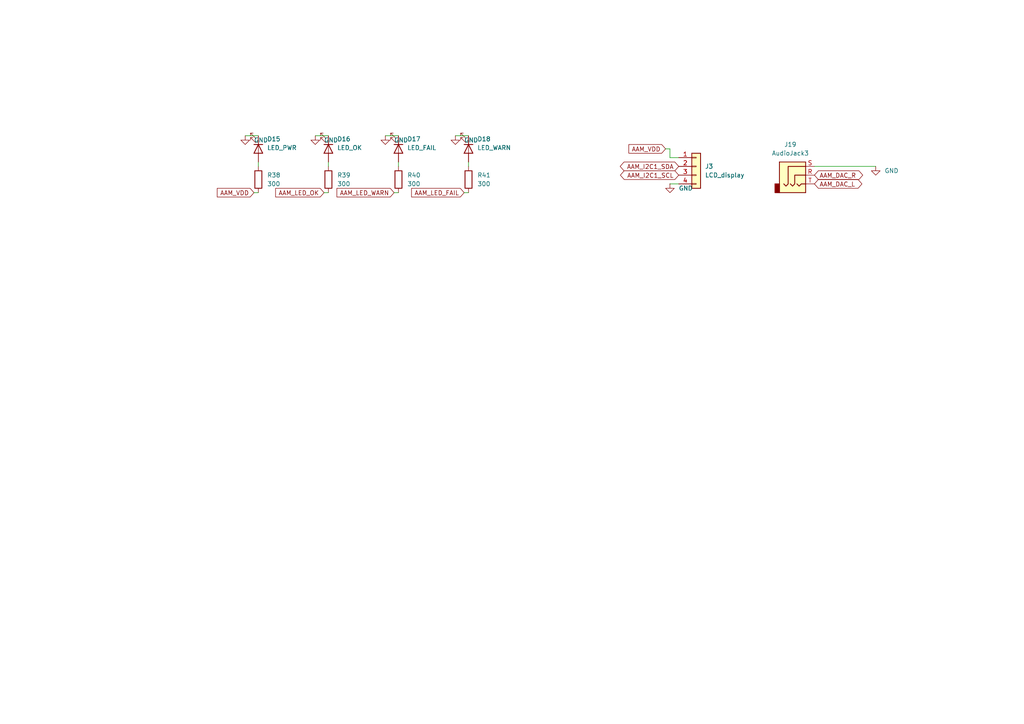
<source format=kicad_sch>
(kicad_sch (version 20250114) (generator "eeschema") (generator_version "9.0")
  (paper "A4")
  (title_block (date "2025-06") (rev "2"))
  (lib_symbols
    (symbol "Connector_Audio:AudioJack3"
      (property "Reference" "J" (at 0 8.89 0))
      (property "Value" "AudioJack3" (at 0 6.35 0))
      (symbol "AudioJack3_0_1"
        (rectangle (start -5.08 -5.08) (end -6.35 -2.54) (stroke (width 0.254)) (fill (type outline)))
        (polyline (pts (xy -1.905 -2.54) (xy -1.27 -3.175) (xy -0.635 -2.54) (xy -0.635 0) (xy 2.54 0)) (stroke (width 0.254)))
        (polyline (pts (xy 0 -2.54) (xy 0.635 -3.175) (xy 1.27 -2.54) (xy 2.54 -2.54)) (stroke (width 0.254)))
        (rectangle (start 2.54 3.81) (end -5.08 -5.08) (stroke (width 0.254)) (fill (type background)))
        (polyline (pts (xy 2.54 2.54) (xy -2.54 2.54) (xy -2.54 -2.54) (xy -3.175 -3.175) (xy -3.81 -2.54)) (stroke (width 0.254)))
      )
      (symbol "AudioJack3_1_1"
        (pin passive line (at 5.08 2.54 180) (length 2.54) (name "~") (number "S"))
        (pin passive line (at 5.08 0 180) (length 2.54) (name "~") (number "R"))
        (pin passive line (at 5.08 -2.54 180) (length 2.54) (name "~") (number "T"))
      )
    )
    (symbol "Connector_Generic:Conn_01x04" (pin_names (offset 1.016) (hide yes))
      (property "Reference" "J" (at 0 5.08 0))
      (property "Value" "Conn_01x04" (at 0 -7.62 0))
      (symbol "Conn_01x04_1_1"
        (rectangle (start -1.27 3.81) (end 1.27 -6.35) (stroke (width 0.254)) (fill (type background)))
        (rectangle (start -1.27 2.667) (end 0 2.413) (stroke (width 0.1524)))
        (rectangle (start -1.27 0.127) (end 0 -0.127) (stroke (width 0.1524)))
        (rectangle (start -1.27 -2.413) (end 0 -2.667) (stroke (width 0.1524)))
        (rectangle (start -1.27 -4.953) (end 0 -5.207) (stroke (width 0.1524)))
        (pin passive line (at -5.08 2.54 0) (length 3.81) (name "Pin_1") (number "1"))
        (pin passive line (at -5.08 0 0) (length 3.81) (name "Pin_2") (number "2"))
        (pin passive line (at -5.08 -2.54 0) (length 3.81) (name "Pin_3") (number "3"))
        (pin passive line (at -5.08 -5.08 0) (length 3.81) (name "Pin_4") (number "4"))
      )
    )
    (symbol "Device:LED" (pin_numbers (hide yes)) (pin_names (offset 1.016) (hide yes))
      (property "Reference" "D" (at 0 2.54 0))
      (property "Value" "LED" (at 0 -2.54 0))
      (symbol "LED_0_1"
        (polyline (pts (xy -3.048 -0.762) (xy -4.572 -2.286) (xy -3.81 -2.286) (xy -4.572 -2.286) (xy -4.572 -1.524)))
        (polyline (pts (xy -1.778 -0.762) (xy -3.302 -2.286) (xy -2.54 -2.286) (xy -3.302 -2.286) (xy -3.302 -1.524)))
        (polyline (pts (xy -1.27 0) (xy 1.27 0)))
        (polyline (pts (xy -1.27 -1.27) (xy -1.27 1.27)) (stroke (width 0.254)))
        (polyline (pts (xy 1.27 -1.27) (xy 1.27 1.27) (xy -1.27 0) (xy 1.27 -1.27)) (stroke (width 0.254)))
      )
      (symbol "LED_1_1"
        (pin passive line (at -3.81 0 0) (length 2.54) (name "K") (number "1"))
        (pin passive line (at 3.81 0 180) (length 2.54) (name "A") (number "2"))
      )
    )
    (symbol "Device:R" (pin_numbers (hide yes)) (pin_names (offset 0))
      (property "Reference" "R" (at 2.032 0 90))
      (property "Value" "R" (at 0 0 90))
      (symbol "R_0_1"
        (rectangle (start -1.016 -2.54) (end 1.016 2.54) (stroke (width 0.254)))
      )
      (symbol "R_1_1"
        (pin passive line (at 0 3.81 270) (length 1.27) (name "~") (number "1"))
        (pin passive line (at 0 -3.81 90) (length 1.27) (name "~") (number "2"))
      )
    )
    (symbol "power:GND" (power) (pin_numbers (hide yes)) (pin_names (offset 0) (hide yes))
      (property "Value" "GND" (at 0 -3.81 0))
      (symbol "GND_0_1"
        (polyline (pts (xy 0 0) (xy 0 -1.27) (xy 1.27 -1.27) (xy 0 -2.54) (xy -1.27 -1.27) (xy 0 -1.27)))
      )
      (symbol "GND_1_1"
        (pin power_in line (at 0 0 270) (length 0) (name "~") (number "1"))
      )
    )
  )
  (wire (pts (xy 135.89 46.99) (xy 135.89 48.26)))
  (wire (pts (xy 194.31 45.72) (xy 196.85 45.72)))
  (wire (pts (xy 193.04 43.18) (xy 194.31 43.18)))
  (wire (pts (xy 73.66 55.88) (xy 74.93 55.88)))
  (wire (pts (xy 114.3 55.88) (xy 115.57 55.88)))
  (wire (pts (xy 111.76 39.37) (xy 115.57 39.37)))
  (wire (pts (xy 132.08 39.37) (xy 135.89 39.37)))
  (wire (pts (xy 115.57 46.99) (xy 115.57 48.26)))
  (wire (pts (xy 74.93 46.99) (xy 74.93 48.26)))
  (wire (pts (xy 236.22 48.26) (xy 254 48.26)))
  (wire (pts (xy 95.25 46.99) (xy 95.25 48.26)))
  (wire (pts (xy 134.62 55.88) (xy 135.89 55.88)))
  (wire (pts (xy 91.44 39.37) (xy 95.25 39.37)))
  (wire (pts (xy 194.31 43.18) (xy 194.31 45.72)))
  (wire (pts (xy 71.12 39.37) (xy 74.93 39.37)))
  (wire (pts (xy 93.98 55.88) (xy 95.25 55.88)))
  (wire (pts (xy 194.31 53.34) (xy 196.85 53.34)))
  (global_label "AAM_VDD" (shape input) (at 193.04 43.18 180) (property "Intersheetrefs" "${INTERSHEET_REFS}" (effects (hide yes))))
  (global_label "AAM_LED_OK" (shape input) (at 93.98 55.88 180) (property "Intersheetrefs" "${INTERSHEET_REFS}" (effects (hide yes))))
  (global_label "AAM_I2C1_SDA" (shape bidirectional) (at 196.85 48.26 180) (property "Intersheetrefs" "${INTERSHEET_REFS}" (effects (hide yes))))
  (global_label "AAM_VDD" (shape input) (at 73.66 55.88 180) (property "Intersheetrefs" "${INTERSHEET_REFS}" (effects (hide yes))))
  (global_label "AAM_DAC_L" (shape bidirectional) (at 236.22 53.34 0) (property "Intersheetrefs" "${INTERSHEET_REFS}" (effects (hide yes))))
  (global_label "AAM_I2C1_SCL" (shape bidirectional) (at 196.85 50.8 180) (property "Intersheetrefs" "${INTERSHEET_REFS}" (effects (hide yes))))
  (global_label "AAM_LED_WARN" (shape input) (at 114.3 55.88 180) (property "Intersheetrefs" "${INTERSHEET_REFS}" (effects (hide yes))))
  (global_label "AAM_DAC_R" (shape bidirectional) (at 236.22 50.8 0) (property "Intersheetrefs" "${INTERSHEET_REFS}" (effects (hide yes))))
  (global_label "AAM_LED_FAIL" (shape input) (at 134.62 55.88 180) (property "Intersheetrefs" "${INTERSHEET_REFS}" (effects (hide yes))))
  (symbol (lib_id "Device:R") (at 135.89 52.07 0) (unit 1)
    (property "Reference" "R41" (at 138.43 50.7999 0) (effects (justify left)))
    (property "Value" "300" (at 138.43 53.3399 0) (effects (justify left)))
    (property "Footprint" "Resistor_SMD:R_0805_2012Metric_Pad1.20x1.40mm_HandSolder" (effects (hide yes)))
    (property "Description" "Resistor" (effects (hide yes)))
    (property "DigiKey_Part_Number" "311-10.0KCRCT-ND" (effects (hide yes)))
    (property "Price" "0.0129" (effects (hide yes)))
  )
  (symbol (lib_id "power:GND") (at 91.44 39.37 0) (unit 1)
    (property "Reference" "#PWR093" (effects (hide yes)))
    (property "Value" "GND" (at 93.98 40.6399 0) (effects (justify left)))
    (property "Description" "Power symbol creates a global label with name \"GND\" , ground" (effects (hide yes)))
  )
  (symbol (lib_id "Device:LED") (at 74.93 43.18 270) (unit 1)
    (property "Reference" "D15" (at 77.47 40.3224 90) (effects (justify left)))
    (property "Value" "LED_PWR" (at 77.47 42.8624 90) (effects (justify left)))
    (property "Footprint" "LED_SMD:LED_0603_1608Metric" (effects (hide yes)))
    (property "Description" "Light emitting diode" (effects (hide yes)))
    (property "Sim.Pins" "1=K 2=A" (effects (hide yes)))
  )
  (symbol (lib_id "power:GND") (at 111.76 39.37 0) (unit 1)
    (property "Reference" "#PWR094" (effects (hide yes)))
    (property "Value" "GND" (at 114.3 40.6399 0) (effects (justify left)))
    (property "Description" "Power symbol creates a global label with name \"GND\" , ground" (effects (hide yes)))
  )
  (symbol (lib_id "power:GND") (at 71.12 39.37 0) (unit 1)
    (property "Reference" "#PWR092" (effects (hide yes)))
    (property "Value" "GND" (at 73.66 40.6399 0) (effects (justify left)))
    (property "Description" "Power symbol creates a global label with name \"GND\" , ground" (effects (hide yes)))
  )
  (symbol (lib_id "power:GND") (at 132.08 39.37 0) (unit 1)
    (property "Reference" "#PWR095" (effects (hide yes)))
    (property "Value" "GND" (at 134.62 40.6399 0) (effects (justify left)))
    (property "Description" "Power symbol creates a global label with name \"GND\" , ground" (effects (hide yes)))
  )
  (symbol (lib_id "power:GND") (at 254 48.26 0) (unit 1)
    (property "Reference" "#PWR0128" (effects (hide yes)))
    (property "Value" "GND" (at 256.54 49.5299 0) (effects (justify left)))
    (property "Description" "Power symbol creates a global label with name \"GND\" , ground" (effects (hide yes)))
  )
  (symbol (lib_id "Device:LED") (at 135.89 43.18 270) (unit 1)
    (property "Reference" "D18" (at 138.43 40.3224 90) (effects (justify left)))
    (property "Value" "LED_WARN" (at 138.43 42.8624 90) (effects (justify left)))
    (property "Footprint" "LED_SMD:LED_0603_1608Metric" (effects (hide yes)))
    (property "Description" "Light emitting diode" (effects (hide yes)))
    (property "Sim.Pins" "1=K 2=A" (effects (hide yes)))
  )
  (symbol (lib_id "Device:R") (at 95.25 52.07 0) (unit 1)
    (property "Reference" "R39" (at 97.79 50.7999 0) (effects (justify left)))
    (property "Value" "300" (at 97.79 53.3399 0) (effects (justify left)))
    (property "Footprint" "Resistor_SMD:R_0805_2012Metric_Pad1.20x1.40mm_HandSolder" (effects (hide yes)))
    (property "Description" "Resistor" (effects (hide yes)))
    (property "DigiKey_Part_Number" "311-10.0KCRCT-ND" (effects (hide yes)))
    (property "Price" "0.0129" (effects (hide yes)))
  )
  (symbol (lib_id "Device:LED") (at 115.57 43.18 270) (unit 1)
    (property "Reference" "D17" (at 118.11 40.3224 90) (effects (justify left)))
    (property "Value" "LED_FAIL" (at 118.11 42.8624 90) (effects (justify left)))
    (property "Footprint" "LED_SMD:LED_0603_1608Metric" (effects (hide yes)))
    (property "Description" "Light emitting diode" (effects (hide yes)))
    (property "Sim.Pins" "1=K 2=A" (effects (hide yes)))
  )
  (symbol (lib_id "Connector_Audio:AudioJack3") (at 231.14 50.8 0) (unit 1)
    (property "Reference" "J19" (at 229.235 41.91 0))
    (property "Value" "AudioJack3" (at 229.235 44.45 0))
    (property "Footprint" "Connector_Audio:Jack_3.5mm_CUI_SJ-3523-SMT_Horizontal" (effects (hide yes)))
    (property "Description" "Audio Jack, 3 Poles (Stereo / TRS)" (effects (hide yes)))
  )
  (symbol (lib_id "Device:R") (at 74.93 52.07 0) (unit 1)
    (property "Reference" "R38" (at 77.47 50.7999 0) (effects (justify left)))
    (property "Value" "300" (at 77.47 53.3399 0) (effects (justify left)))
    (property "Footprint" "Resistor_SMD:R_0805_2012Metric_Pad1.20x1.40mm_HandSolder" (effects (hide yes)))
    (property "Description" "Resistor" (effects (hide yes)))
    (property "DigiKey_Part_Number" "311-10.0KCRCT-ND" (effects (hide yes)))
    (property "Price" "0.0129" (effects (hide yes)))
  )
  (symbol (lib_id "power:GND") (at 194.31 53.34 0) (unit 1)
    (property "Reference" "#PWR01" (effects (hide yes)))
    (property "Value" "GND" (at 196.85 54.6099 0) (effects (justify left)))
    (property "Description" "Power symbol creates a global label with name \"GND\" , ground" (effects (hide yes)))
  )
  (symbol (lib_id "Device:R") (at 115.57 52.07 0) (unit 1)
    (property "Reference" "R40" (at 118.11 50.7999 0) (effects (justify left)))
    (property "Value" "300" (at 118.11 53.3399 0) (effects (justify left)))
    (property "Footprint" "Resistor_SMD:R_0805_2012Metric_Pad1.20x1.40mm_HandSolder" (effects (hide yes)))
    (property "Description" "Resistor" (effects (hide yes)))
    (property "DigiKey_Part_Number" "311-10.0KCRCT-ND" (effects (hide yes)))
    (property "Price" "0.0129" (effects (hide yes)))
  )
  (symbol (lib_id "Connector_Generic:Conn_01x04") (at 201.93 48.26 0) (unit 1)
    (property "Reference" "J3" (at 204.47 48.2599 0) (effects (justify left)))
    (property "Value" "LCD_display" (at 204.47 50.7999 0) (effects (justify left)))
    (property "Footprint" "Connector_PinHeader_1.00mm:PinHeader_1x04_P1.00mm_Vertical_SMD_Pin1Left" (effects (hide yes)))
    (property "Description" "Generic connector, single row, 01x04, script generated (kicad-library-utils/schlib/autogen/connector/)" (effects (hide yes)))
  )
  (symbol (lib_id "Device:LED") (at 95.25 43.18 270) (unit 1)
    (property "Reference" "D16" (at 97.79 40.3224 90) (effects (justify left)))
    (property "Value" "LED_OK" (at 97.79 42.8624 90) (effects (justify left)))
    (property "Footprint" "LED_SMD:LED_0603_1608Metric" (effects (hide yes)))
    (property "Description" "Light emitting diode" (effects (hide yes)))
    (property "Sim.Pins" "1=K 2=A" (effects (hide yes)))
  )
)
</source>
